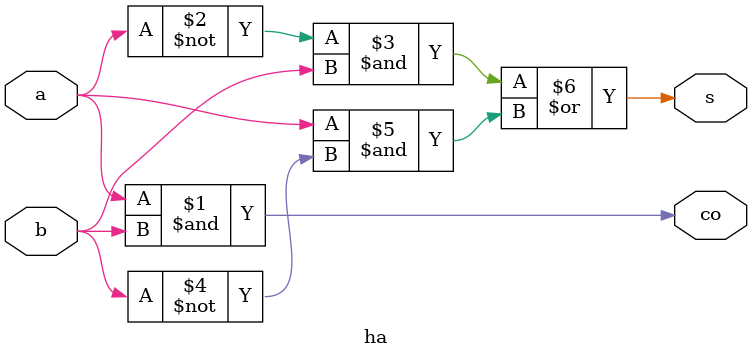
<source format=v>
module ha(
    input a, b,
    output s, co
    );
    assign co = a & b;
    assign s = ((~a)&b)|(a&(~b));
endmodule
</source>
